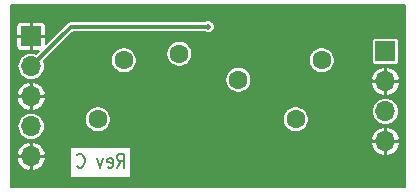
<source format=gbl>
G04 #@! TF.GenerationSoftware,KiCad,Pcbnew,5.0.2-bee76a0~70~ubuntu18.04.1*
G04 #@! TF.CreationDate,2018-12-18T09:34:18-08:00*
G04 #@! TF.ProjectId,LowPassFilterModule,4c6f7750-6173-4734-9669-6c7465724d6f,rev?*
G04 #@! TF.SameCoordinates,Original*
G04 #@! TF.FileFunction,Copper,L2,Bot*
G04 #@! TF.FilePolarity,Positive*
%FSLAX46Y46*%
G04 Gerber Fmt 4.6, Leading zero omitted, Abs format (unit mm)*
G04 Created by KiCad (PCBNEW 5.0.2-bee76a0~70~ubuntu18.04.1) date Tue 18 Dec 2018 09:34:18 AM PST*
%MOMM*%
%LPD*%
G01*
G04 APERTURE LIST*
G04 #@! TA.AperFunction,NonConductor*
%ADD10C,0.200000*%
G04 #@! TD*
G04 #@! TA.AperFunction,ComponentPad*
%ADD11O,1.700000X1.700000*%
G04 #@! TD*
G04 #@! TA.AperFunction,ComponentPad*
%ADD12R,1.700000X1.700000*%
G04 #@! TD*
G04 #@! TA.AperFunction,ComponentPad*
%ADD13C,0.500000*%
G04 #@! TD*
G04 #@! TA.AperFunction,ComponentPad*
%ADD14C,1.600000*%
G04 #@! TD*
G04 #@! TA.AperFunction,ViaPad*
%ADD15C,0.500000*%
G04 #@! TD*
G04 #@! TA.AperFunction,Conductor*
%ADD16C,0.300000*%
G04 #@! TD*
G04 #@! TA.AperFunction,Conductor*
%ADD17C,0.200000*%
G04 #@! TD*
G04 APERTURE END LIST*
D10*
X109280952Y-99042857D02*
X109614285Y-98471428D01*
X109852380Y-99042857D02*
X109852380Y-97842857D01*
X109471428Y-97842857D01*
X109376190Y-97900000D01*
X109328571Y-97957142D01*
X109280952Y-98071428D01*
X109280952Y-98242857D01*
X109328571Y-98357142D01*
X109376190Y-98414285D01*
X109471428Y-98471428D01*
X109852380Y-98471428D01*
X108471428Y-98985714D02*
X108566666Y-99042857D01*
X108757142Y-99042857D01*
X108852380Y-98985714D01*
X108900000Y-98871428D01*
X108900000Y-98414285D01*
X108852380Y-98300000D01*
X108757142Y-98242857D01*
X108566666Y-98242857D01*
X108471428Y-98300000D01*
X108423809Y-98414285D01*
X108423809Y-98528571D01*
X108900000Y-98642857D01*
X108090476Y-98242857D02*
X107852380Y-99042857D01*
X107614285Y-98242857D01*
X105900000Y-98928571D02*
X105947619Y-98985714D01*
X106090476Y-99042857D01*
X106185714Y-99042857D01*
X106328571Y-98985714D01*
X106423809Y-98871428D01*
X106471428Y-98757142D01*
X106519047Y-98528571D01*
X106519047Y-98357142D01*
X106471428Y-98128571D01*
X106423809Y-98014285D01*
X106328571Y-97900000D01*
X106185714Y-97842857D01*
X106090476Y-97842857D01*
X105947619Y-97900000D01*
X105900000Y-97957142D01*
D11*
G04 #@! TO.P,J1,5*
G04 #@! TO.N,GND*
X102000000Y-98080000D03*
G04 #@! TO.P,J1,4*
G04 #@! TO.N,Net-(C1-Pad1)*
X102000000Y-95540000D03*
G04 #@! TO.P,J1,3*
G04 #@! TO.N,GND*
X102000000Y-93000000D03*
G04 #@! TO.P,J1,2*
G04 #@! TO.N,Net-(J1-Pad2)*
X102000000Y-90460000D03*
D12*
G04 #@! TO.P,J1,1*
G04 #@! TO.N,GND*
X102000000Y-87920000D03*
G04 #@! TD*
D13*
G04 #@! TO.P,VIA,*
G04 #@! TO.N,GND*
X117000000Y-87800000D03*
G04 #@! TD*
G04 #@! TO.P,VIA,*
G04 #@! TO.N,GND*
X109500000Y-87800000D03*
G04 #@! TD*
G04 #@! TO.P,VIA,*
G04 #@! TO.N,GND*
X110600000Y-87800000D03*
G04 #@! TD*
G04 #@! TO.P,VIA,*
G04 #@! TO.N,GND*
X111700000Y-87800000D03*
G04 #@! TD*
G04 #@! TO.P,VIA,*
G04 #@! TO.N,GND*
X112700000Y-87800000D03*
G04 #@! TD*
D14*
G04 #@! TO.P,L3,2*
G04 #@! TO.N,Net-(C6-Pad1)*
X124400000Y-94950000D03*
G04 #@! TO.P,L3,1*
G04 #@! TO.N,Net-(C4-Pad1)*
X126600000Y-89950000D03*
G04 #@! TD*
G04 #@! TO.P,L2,2*
G04 #@! TO.N,Net-(C4-Pad1)*
X119550000Y-91600000D03*
G04 #@! TO.P,L2,1*
G04 #@! TO.N,Net-(C2-Pad1)*
X114550000Y-89400000D03*
G04 #@! TD*
G04 #@! TO.P,L1,2*
G04 #@! TO.N,Net-(C2-Pad1)*
X109850000Y-89950000D03*
G04 #@! TO.P,L1,1*
G04 #@! TO.N,Net-(C1-Pad1)*
X107650000Y-94950000D03*
G04 #@! TD*
D13*
G04 #@! TO.P,VIA,*
G04 #@! TO.N,GND*
X124300000Y-93000000D03*
G04 #@! TD*
G04 #@! TO.P,VIA,*
G04 #@! TO.N,GND*
X117000000Y-91600000D03*
G04 #@! TD*
G04 #@! TO.P,VIA,*
G04 #@! TO.N,GND*
X117000000Y-89400000D03*
G04 #@! TD*
G04 #@! TO.P,VIA,*
G04 #@! TO.N,GND*
X126500000Y-93000000D03*
G04 #@! TD*
G04 #@! TO.P,VIA,*
G04 #@! TO.N,GND*
X122600000Y-97600000D03*
G04 #@! TD*
G04 #@! TO.P,VIA,*
G04 #@! TO.N,GND*
X129000000Y-90000000D03*
G04 #@! TD*
G04 #@! TO.P,VIA,*
G04 #@! TO.N,GND*
X117100000Y-97600000D03*
G04 #@! TD*
G04 #@! TO.P,VIA,*
G04 #@! TO.N,GND*
X117100000Y-95800000D03*
G04 #@! TD*
G04 #@! TO.P,VIA,*
G04 #@! TO.N,GND*
X119900000Y-95900000D03*
G04 #@! TD*
G04 #@! TO.P,VIA,*
G04 #@! TO.N,GND*
X122400000Y-94500000D03*
G04 #@! TD*
G04 #@! TO.P,VIA,*
G04 #@! TO.N,GND*
X114300000Y-97600000D03*
G04 #@! TD*
G04 #@! TO.P,VIA,*
G04 #@! TO.N,GND*
X114300000Y-95800000D03*
G04 #@! TD*
G04 #@! TO.P,VIA,*
G04 #@! TO.N,GND*
X111500000Y-94500000D03*
G04 #@! TD*
G04 #@! TO.P,VIA,*
G04 #@! TO.N,GND*
X111600000Y-97600000D03*
G04 #@! TD*
G04 #@! TO.P,VIA,*
G04 #@! TO.N,GND*
X119900000Y-97600000D03*
G04 #@! TD*
G04 #@! TO.P,VIA,*
G04 #@! TO.N,GND*
X105000000Y-90000000D03*
G04 #@! TD*
G04 #@! TO.P,VIA,*
G04 #@! TO.N,GND*
X105000000Y-97000000D03*
G04 #@! TD*
G04 #@! TO.P,VIA,*
G04 #@! TO.N,GND*
X129000000Y-97000000D03*
G04 #@! TD*
G04 #@! TO.P,VIA,*
G04 #@! TO.N,GND*
X109900000Y-93000000D03*
G04 #@! TD*
G04 #@! TO.P,VIA,*
G04 #@! TO.N,GND*
X107500000Y-93000000D03*
G04 #@! TD*
D12*
G04 #@! TO.P,J2,1*
G04 #@! TO.N,VCC*
X132000000Y-89190000D03*
D11*
G04 #@! TO.P,J2,2*
G04 #@! TO.N,GND*
X132000000Y-91730000D03*
G04 #@! TO.P,J2,3*
G04 #@! TO.N,Net-(C6-Pad1)*
X132000000Y-94270000D03*
G04 #@! TO.P,J2,4*
G04 #@! TO.N,GND*
X132000000Y-96810000D03*
G04 #@! TD*
D15*
G04 #@! TO.N,Net-(J1-Pad2)*
X117000000Y-87100000D03*
G04 #@! TD*
D16*
G04 #@! TO.N,Net-(J1-Pad2)*
X105360000Y-87100000D02*
X102000000Y-90460000D01*
X117000000Y-87100000D02*
X105360000Y-87100000D01*
G04 #@! TD*
D17*
G04 #@! TO.N,GND*
G36*
X133695000Y-100695000D02*
X100305000Y-100695000D01*
X100305000Y-98324771D01*
X100774199Y-98324771D01*
X100844795Y-98557500D01*
X100960148Y-98773694D01*
X101115461Y-98963230D01*
X101304767Y-99118824D01*
X101520790Y-99234497D01*
X101755229Y-99305803D01*
X101950000Y-99229002D01*
X101950000Y-98130000D01*
X102050000Y-98130000D01*
X102050000Y-99229002D01*
X102244771Y-99305803D01*
X102479210Y-99234497D01*
X102695233Y-99118824D01*
X102884539Y-98963230D01*
X103039852Y-98773694D01*
X103155205Y-98557500D01*
X103225801Y-98324771D01*
X103148913Y-98130000D01*
X102050000Y-98130000D01*
X101950000Y-98130000D01*
X100851087Y-98130000D01*
X100774199Y-98324771D01*
X100305000Y-98324771D01*
X100305000Y-97835229D01*
X100774199Y-97835229D01*
X100851087Y-98030000D01*
X101950000Y-98030000D01*
X101950000Y-96930998D01*
X102050000Y-96930998D01*
X102050000Y-98030000D01*
X103148913Y-98030000D01*
X103225801Y-97835229D01*
X103155205Y-97602500D01*
X103039852Y-97386306D01*
X102957658Y-97286000D01*
X105309524Y-97286000D01*
X105309524Y-99886000D01*
X110490476Y-99886000D01*
X110490476Y-97286000D01*
X105309524Y-97286000D01*
X102957658Y-97286000D01*
X102884539Y-97196770D01*
X102711774Y-97054771D01*
X130774199Y-97054771D01*
X130844795Y-97287500D01*
X130960148Y-97503694D01*
X131115461Y-97693230D01*
X131304767Y-97848824D01*
X131520790Y-97964497D01*
X131755229Y-98035803D01*
X131950000Y-97959002D01*
X131950000Y-96860000D01*
X132050000Y-96860000D01*
X132050000Y-97959002D01*
X132244771Y-98035803D01*
X132479210Y-97964497D01*
X132695233Y-97848824D01*
X132884539Y-97693230D01*
X133039852Y-97503694D01*
X133155205Y-97287500D01*
X133225801Y-97054771D01*
X133148913Y-96860000D01*
X132050000Y-96860000D01*
X131950000Y-96860000D01*
X130851087Y-96860000D01*
X130774199Y-97054771D01*
X102711774Y-97054771D01*
X102695233Y-97041176D01*
X102479210Y-96925503D01*
X102244771Y-96854197D01*
X102050000Y-96930998D01*
X101950000Y-96930998D01*
X101755229Y-96854197D01*
X101520790Y-96925503D01*
X101304767Y-97041176D01*
X101115461Y-97196770D01*
X100960148Y-97386306D01*
X100844795Y-97602500D01*
X100774199Y-97835229D01*
X100305000Y-97835229D01*
X100305000Y-95540000D01*
X100844436Y-95540000D01*
X100866640Y-95765439D01*
X100932398Y-95982215D01*
X101039184Y-96181997D01*
X101182893Y-96357107D01*
X101358003Y-96500816D01*
X101557785Y-96607602D01*
X101774561Y-96673360D01*
X101943508Y-96690000D01*
X102056492Y-96690000D01*
X102225439Y-96673360D01*
X102442215Y-96607602D01*
X102521489Y-96565229D01*
X130774199Y-96565229D01*
X130851087Y-96760000D01*
X131950000Y-96760000D01*
X131950000Y-95660998D01*
X132050000Y-95660998D01*
X132050000Y-96760000D01*
X133148913Y-96760000D01*
X133225801Y-96565229D01*
X133155205Y-96332500D01*
X133039852Y-96116306D01*
X132884539Y-95926770D01*
X132695233Y-95771176D01*
X132479210Y-95655503D01*
X132244771Y-95584197D01*
X132050000Y-95660998D01*
X131950000Y-95660998D01*
X131755229Y-95584197D01*
X131520790Y-95655503D01*
X131304767Y-95771176D01*
X131115461Y-95926770D01*
X130960148Y-96116306D01*
X130844795Y-96332500D01*
X130774199Y-96565229D01*
X102521489Y-96565229D01*
X102641997Y-96500816D01*
X102817107Y-96357107D01*
X102960816Y-96181997D01*
X103067602Y-95982215D01*
X103133360Y-95765439D01*
X103155564Y-95540000D01*
X103133360Y-95314561D01*
X103067602Y-95097785D01*
X102960816Y-94898003D01*
X102914576Y-94841659D01*
X106550000Y-94841659D01*
X106550000Y-95058341D01*
X106592273Y-95270858D01*
X106675193Y-95471045D01*
X106795575Y-95651209D01*
X106948791Y-95804425D01*
X107128955Y-95924807D01*
X107329142Y-96007727D01*
X107541659Y-96050000D01*
X107758341Y-96050000D01*
X107970858Y-96007727D01*
X108171045Y-95924807D01*
X108351209Y-95804425D01*
X108504425Y-95651209D01*
X108624807Y-95471045D01*
X108707727Y-95270858D01*
X108750000Y-95058341D01*
X108750000Y-94841659D01*
X123300000Y-94841659D01*
X123300000Y-95058341D01*
X123342273Y-95270858D01*
X123425193Y-95471045D01*
X123545575Y-95651209D01*
X123698791Y-95804425D01*
X123878955Y-95924807D01*
X124079142Y-96007727D01*
X124291659Y-96050000D01*
X124508341Y-96050000D01*
X124720858Y-96007727D01*
X124921045Y-95924807D01*
X125101209Y-95804425D01*
X125254425Y-95651209D01*
X125374807Y-95471045D01*
X125457727Y-95270858D01*
X125500000Y-95058341D01*
X125500000Y-94841659D01*
X125457727Y-94629142D01*
X125374807Y-94428955D01*
X125268597Y-94270000D01*
X130844436Y-94270000D01*
X130866640Y-94495439D01*
X130932398Y-94712215D01*
X131039184Y-94911997D01*
X131182893Y-95087107D01*
X131358003Y-95230816D01*
X131557785Y-95337602D01*
X131774561Y-95403360D01*
X131943508Y-95420000D01*
X132056492Y-95420000D01*
X132225439Y-95403360D01*
X132442215Y-95337602D01*
X132641997Y-95230816D01*
X132817107Y-95087107D01*
X132960816Y-94911997D01*
X133067602Y-94712215D01*
X133133360Y-94495439D01*
X133155564Y-94270000D01*
X133133360Y-94044561D01*
X133067602Y-93827785D01*
X132960816Y-93628003D01*
X132817107Y-93452893D01*
X132641997Y-93309184D01*
X132442215Y-93202398D01*
X132225439Y-93136640D01*
X132056492Y-93120000D01*
X131943508Y-93120000D01*
X131774561Y-93136640D01*
X131557785Y-93202398D01*
X131358003Y-93309184D01*
X131182893Y-93452893D01*
X131039184Y-93628003D01*
X130932398Y-93827785D01*
X130866640Y-94044561D01*
X130844436Y-94270000D01*
X125268597Y-94270000D01*
X125254425Y-94248791D01*
X125101209Y-94095575D01*
X124921045Y-93975193D01*
X124720858Y-93892273D01*
X124508341Y-93850000D01*
X124291659Y-93850000D01*
X124079142Y-93892273D01*
X123878955Y-93975193D01*
X123698791Y-94095575D01*
X123545575Y-94248791D01*
X123425193Y-94428955D01*
X123342273Y-94629142D01*
X123300000Y-94841659D01*
X108750000Y-94841659D01*
X108707727Y-94629142D01*
X108624807Y-94428955D01*
X108504425Y-94248791D01*
X108351209Y-94095575D01*
X108171045Y-93975193D01*
X107970858Y-93892273D01*
X107758341Y-93850000D01*
X107541659Y-93850000D01*
X107329142Y-93892273D01*
X107128955Y-93975193D01*
X106948791Y-94095575D01*
X106795575Y-94248791D01*
X106675193Y-94428955D01*
X106592273Y-94629142D01*
X106550000Y-94841659D01*
X102914576Y-94841659D01*
X102817107Y-94722893D01*
X102641997Y-94579184D01*
X102442215Y-94472398D01*
X102225439Y-94406640D01*
X102056492Y-94390000D01*
X101943508Y-94390000D01*
X101774561Y-94406640D01*
X101557785Y-94472398D01*
X101358003Y-94579184D01*
X101182893Y-94722893D01*
X101039184Y-94898003D01*
X100932398Y-95097785D01*
X100866640Y-95314561D01*
X100844436Y-95540000D01*
X100305000Y-95540000D01*
X100305000Y-93244771D01*
X100774199Y-93244771D01*
X100844795Y-93477500D01*
X100960148Y-93693694D01*
X101115461Y-93883230D01*
X101304767Y-94038824D01*
X101520790Y-94154497D01*
X101755229Y-94225803D01*
X101950000Y-94149002D01*
X101950000Y-93050000D01*
X102050000Y-93050000D01*
X102050000Y-94149002D01*
X102244771Y-94225803D01*
X102479210Y-94154497D01*
X102695233Y-94038824D01*
X102884539Y-93883230D01*
X103039852Y-93693694D01*
X103155205Y-93477500D01*
X103225801Y-93244771D01*
X103148913Y-93050000D01*
X102050000Y-93050000D01*
X101950000Y-93050000D01*
X100851087Y-93050000D01*
X100774199Y-93244771D01*
X100305000Y-93244771D01*
X100305000Y-92755229D01*
X100774199Y-92755229D01*
X100851087Y-92950000D01*
X101950000Y-92950000D01*
X101950000Y-91850998D01*
X102050000Y-91850998D01*
X102050000Y-92950000D01*
X103148913Y-92950000D01*
X103225801Y-92755229D01*
X103155205Y-92522500D01*
X103039852Y-92306306D01*
X102884539Y-92116770D01*
X102695233Y-91961176D01*
X102479210Y-91845503D01*
X102244771Y-91774197D01*
X102050000Y-91850998D01*
X101950000Y-91850998D01*
X101755229Y-91774197D01*
X101520790Y-91845503D01*
X101304767Y-91961176D01*
X101115461Y-92116770D01*
X100960148Y-92306306D01*
X100844795Y-92522500D01*
X100774199Y-92755229D01*
X100305000Y-92755229D01*
X100305000Y-90460000D01*
X100844436Y-90460000D01*
X100866640Y-90685439D01*
X100932398Y-90902215D01*
X101039184Y-91101997D01*
X101182893Y-91277107D01*
X101358003Y-91420816D01*
X101557785Y-91527602D01*
X101774561Y-91593360D01*
X101943508Y-91610000D01*
X102056492Y-91610000D01*
X102225439Y-91593360D01*
X102442215Y-91527602D01*
X102509459Y-91491659D01*
X118450000Y-91491659D01*
X118450000Y-91708341D01*
X118492273Y-91920858D01*
X118575193Y-92121045D01*
X118695575Y-92301209D01*
X118848791Y-92454425D01*
X119028955Y-92574807D01*
X119229142Y-92657727D01*
X119441659Y-92700000D01*
X119658341Y-92700000D01*
X119870858Y-92657727D01*
X120071045Y-92574807D01*
X120251209Y-92454425D01*
X120404425Y-92301209D01*
X120524807Y-92121045D01*
X120585395Y-91974771D01*
X130774199Y-91974771D01*
X130844795Y-92207500D01*
X130960148Y-92423694D01*
X131115461Y-92613230D01*
X131304767Y-92768824D01*
X131520790Y-92884497D01*
X131755229Y-92955803D01*
X131950000Y-92879002D01*
X131950000Y-91780000D01*
X132050000Y-91780000D01*
X132050000Y-92879002D01*
X132244771Y-92955803D01*
X132479210Y-92884497D01*
X132695233Y-92768824D01*
X132884539Y-92613230D01*
X133039852Y-92423694D01*
X133155205Y-92207500D01*
X133225801Y-91974771D01*
X133148913Y-91780000D01*
X132050000Y-91780000D01*
X131950000Y-91780000D01*
X130851087Y-91780000D01*
X130774199Y-91974771D01*
X120585395Y-91974771D01*
X120607727Y-91920858D01*
X120650000Y-91708341D01*
X120650000Y-91491659D01*
X120648721Y-91485229D01*
X130774199Y-91485229D01*
X130851087Y-91680000D01*
X131950000Y-91680000D01*
X131950000Y-90580998D01*
X132050000Y-90580998D01*
X132050000Y-91680000D01*
X133148913Y-91680000D01*
X133225801Y-91485229D01*
X133155205Y-91252500D01*
X133039852Y-91036306D01*
X132884539Y-90846770D01*
X132695233Y-90691176D01*
X132479210Y-90575503D01*
X132244771Y-90504197D01*
X132050000Y-90580998D01*
X131950000Y-90580998D01*
X131755229Y-90504197D01*
X131520790Y-90575503D01*
X131304767Y-90691176D01*
X131115461Y-90846770D01*
X130960148Y-91036306D01*
X130844795Y-91252500D01*
X130774199Y-91485229D01*
X120648721Y-91485229D01*
X120607727Y-91279142D01*
X120524807Y-91078955D01*
X120404425Y-90898791D01*
X120251209Y-90745575D01*
X120071045Y-90625193D01*
X119870858Y-90542273D01*
X119658341Y-90500000D01*
X119441659Y-90500000D01*
X119229142Y-90542273D01*
X119028955Y-90625193D01*
X118848791Y-90745575D01*
X118695575Y-90898791D01*
X118575193Y-91078955D01*
X118492273Y-91279142D01*
X118450000Y-91491659D01*
X102509459Y-91491659D01*
X102641997Y-91420816D01*
X102817107Y-91277107D01*
X102960816Y-91101997D01*
X103067602Y-90902215D01*
X103133360Y-90685439D01*
X103155564Y-90460000D01*
X103133360Y-90234561D01*
X103070164Y-90026231D01*
X103254736Y-89841659D01*
X108750000Y-89841659D01*
X108750000Y-90058341D01*
X108792273Y-90270858D01*
X108875193Y-90471045D01*
X108995575Y-90651209D01*
X109148791Y-90804425D01*
X109328955Y-90924807D01*
X109529142Y-91007727D01*
X109741659Y-91050000D01*
X109958341Y-91050000D01*
X110170858Y-91007727D01*
X110371045Y-90924807D01*
X110551209Y-90804425D01*
X110704425Y-90651209D01*
X110824807Y-90471045D01*
X110907727Y-90270858D01*
X110950000Y-90058341D01*
X110950000Y-89841659D01*
X110907727Y-89629142D01*
X110824807Y-89428955D01*
X110733069Y-89291659D01*
X113450000Y-89291659D01*
X113450000Y-89508341D01*
X113492273Y-89720858D01*
X113575193Y-89921045D01*
X113695575Y-90101209D01*
X113848791Y-90254425D01*
X114028955Y-90374807D01*
X114229142Y-90457727D01*
X114441659Y-90500000D01*
X114658341Y-90500000D01*
X114870858Y-90457727D01*
X115071045Y-90374807D01*
X115251209Y-90254425D01*
X115404425Y-90101209D01*
X115524807Y-89921045D01*
X115557689Y-89841659D01*
X125500000Y-89841659D01*
X125500000Y-90058341D01*
X125542273Y-90270858D01*
X125625193Y-90471045D01*
X125745575Y-90651209D01*
X125898791Y-90804425D01*
X126078955Y-90924807D01*
X126279142Y-91007727D01*
X126491659Y-91050000D01*
X126708341Y-91050000D01*
X126920858Y-91007727D01*
X127121045Y-90924807D01*
X127301209Y-90804425D01*
X127454425Y-90651209D01*
X127574807Y-90471045D01*
X127657727Y-90270858D01*
X127700000Y-90058341D01*
X127700000Y-89841659D01*
X127657727Y-89629142D01*
X127574807Y-89428955D01*
X127454425Y-89248791D01*
X127301209Y-89095575D01*
X127121045Y-88975193D01*
X126920858Y-88892273D01*
X126708341Y-88850000D01*
X126491659Y-88850000D01*
X126279142Y-88892273D01*
X126078955Y-88975193D01*
X125898791Y-89095575D01*
X125745575Y-89248791D01*
X125625193Y-89428955D01*
X125542273Y-89629142D01*
X125500000Y-89841659D01*
X115557689Y-89841659D01*
X115607727Y-89720858D01*
X115650000Y-89508341D01*
X115650000Y-89291659D01*
X115607727Y-89079142D01*
X115524807Y-88878955D01*
X115404425Y-88698791D01*
X115251209Y-88545575D01*
X115071045Y-88425193D01*
X114870858Y-88342273D01*
X114859432Y-88340000D01*
X130848549Y-88340000D01*
X130848549Y-90040000D01*
X130854341Y-90098810D01*
X130871496Y-90155360D01*
X130899353Y-90207477D01*
X130936842Y-90253158D01*
X130982523Y-90290647D01*
X131034640Y-90318504D01*
X131091190Y-90335659D01*
X131150000Y-90341451D01*
X132850000Y-90341451D01*
X132908810Y-90335659D01*
X132965360Y-90318504D01*
X133017477Y-90290647D01*
X133063158Y-90253158D01*
X133100647Y-90207477D01*
X133128504Y-90155360D01*
X133145659Y-90098810D01*
X133151451Y-90040000D01*
X133151451Y-88340000D01*
X133145659Y-88281190D01*
X133128504Y-88224640D01*
X133100647Y-88172523D01*
X133063158Y-88126842D01*
X133017477Y-88089353D01*
X132965360Y-88061496D01*
X132908810Y-88044341D01*
X132850000Y-88038549D01*
X131150000Y-88038549D01*
X131091190Y-88044341D01*
X131034640Y-88061496D01*
X130982523Y-88089353D01*
X130936842Y-88126842D01*
X130899353Y-88172523D01*
X130871496Y-88224640D01*
X130854341Y-88281190D01*
X130848549Y-88340000D01*
X114859432Y-88340000D01*
X114658341Y-88300000D01*
X114441659Y-88300000D01*
X114229142Y-88342273D01*
X114028955Y-88425193D01*
X113848791Y-88545575D01*
X113695575Y-88698791D01*
X113575193Y-88878955D01*
X113492273Y-89079142D01*
X113450000Y-89291659D01*
X110733069Y-89291659D01*
X110704425Y-89248791D01*
X110551209Y-89095575D01*
X110371045Y-88975193D01*
X110170858Y-88892273D01*
X109958341Y-88850000D01*
X109741659Y-88850000D01*
X109529142Y-88892273D01*
X109328955Y-88975193D01*
X109148791Y-89095575D01*
X108995575Y-89248791D01*
X108875193Y-89428955D01*
X108792273Y-89629142D01*
X108750000Y-89841659D01*
X103254736Y-89841659D01*
X105546396Y-87550000D01*
X116683499Y-87550000D01*
X116739477Y-87587403D01*
X116839571Y-87628864D01*
X116945830Y-87650000D01*
X117054170Y-87650000D01*
X117160429Y-87628864D01*
X117260523Y-87587403D01*
X117350604Y-87527213D01*
X117427213Y-87450604D01*
X117487403Y-87360523D01*
X117528864Y-87260429D01*
X117550000Y-87154170D01*
X117550000Y-87045830D01*
X117528864Y-86939571D01*
X117487403Y-86839477D01*
X117427213Y-86749396D01*
X117350604Y-86672787D01*
X117260523Y-86612597D01*
X117160429Y-86571136D01*
X117054170Y-86550000D01*
X116945830Y-86550000D01*
X116839571Y-86571136D01*
X116739477Y-86612597D01*
X116683499Y-86650000D01*
X105382094Y-86650000D01*
X105360000Y-86647824D01*
X105337906Y-86650000D01*
X105337895Y-86650000D01*
X105271785Y-86656511D01*
X105186959Y-86682243D01*
X105108783Y-86724029D01*
X105057432Y-86766172D01*
X105057428Y-86766176D01*
X105040263Y-86780263D01*
X105026176Y-86797428D01*
X103250000Y-88573605D01*
X103250000Y-88070000D01*
X103150000Y-87970000D01*
X102050000Y-87970000D01*
X102050000Y-89070000D01*
X102150000Y-89170000D01*
X102653605Y-89170000D01*
X102433769Y-89389836D01*
X102225439Y-89326640D01*
X102056492Y-89310000D01*
X101943508Y-89310000D01*
X101774561Y-89326640D01*
X101557785Y-89392398D01*
X101358003Y-89499184D01*
X101182893Y-89642893D01*
X101039184Y-89818003D01*
X100932398Y-90017785D01*
X100866640Y-90234561D01*
X100844436Y-90460000D01*
X100305000Y-90460000D01*
X100305000Y-88070000D01*
X100750000Y-88070000D01*
X100750000Y-88809396D01*
X100765372Y-88886675D01*
X100795524Y-88959471D01*
X100839299Y-89024985D01*
X100895014Y-89080700D01*
X100960529Y-89124475D01*
X101033324Y-89154628D01*
X101110603Y-89170000D01*
X101850000Y-89170000D01*
X101950000Y-89070000D01*
X101950000Y-87970000D01*
X100850000Y-87970000D01*
X100750000Y-88070000D01*
X100305000Y-88070000D01*
X100305000Y-87030604D01*
X100750000Y-87030604D01*
X100750000Y-87770000D01*
X100850000Y-87870000D01*
X101950000Y-87870000D01*
X101950000Y-86770000D01*
X102050000Y-86770000D01*
X102050000Y-87870000D01*
X103150000Y-87870000D01*
X103250000Y-87770000D01*
X103250000Y-87030604D01*
X103234628Y-86953325D01*
X103204476Y-86880529D01*
X103160701Y-86815015D01*
X103104986Y-86759300D01*
X103039471Y-86715525D01*
X102966676Y-86685372D01*
X102889397Y-86670000D01*
X102150000Y-86670000D01*
X102050000Y-86770000D01*
X101950000Y-86770000D01*
X101850000Y-86670000D01*
X101110603Y-86670000D01*
X101033324Y-86685372D01*
X100960529Y-86715525D01*
X100895014Y-86759300D01*
X100839299Y-86815015D01*
X100795524Y-86880529D01*
X100765372Y-86953325D01*
X100750000Y-87030604D01*
X100305000Y-87030604D01*
X100305000Y-85305000D01*
X133695001Y-85305000D01*
X133695000Y-100695000D01*
X133695000Y-100695000D01*
G37*
X133695000Y-100695000D02*
X100305000Y-100695000D01*
X100305000Y-98324771D01*
X100774199Y-98324771D01*
X100844795Y-98557500D01*
X100960148Y-98773694D01*
X101115461Y-98963230D01*
X101304767Y-99118824D01*
X101520790Y-99234497D01*
X101755229Y-99305803D01*
X101950000Y-99229002D01*
X101950000Y-98130000D01*
X102050000Y-98130000D01*
X102050000Y-99229002D01*
X102244771Y-99305803D01*
X102479210Y-99234497D01*
X102695233Y-99118824D01*
X102884539Y-98963230D01*
X103039852Y-98773694D01*
X103155205Y-98557500D01*
X103225801Y-98324771D01*
X103148913Y-98130000D01*
X102050000Y-98130000D01*
X101950000Y-98130000D01*
X100851087Y-98130000D01*
X100774199Y-98324771D01*
X100305000Y-98324771D01*
X100305000Y-97835229D01*
X100774199Y-97835229D01*
X100851087Y-98030000D01*
X101950000Y-98030000D01*
X101950000Y-96930998D01*
X102050000Y-96930998D01*
X102050000Y-98030000D01*
X103148913Y-98030000D01*
X103225801Y-97835229D01*
X103155205Y-97602500D01*
X103039852Y-97386306D01*
X102957658Y-97286000D01*
X105309524Y-97286000D01*
X105309524Y-99886000D01*
X110490476Y-99886000D01*
X110490476Y-97286000D01*
X105309524Y-97286000D01*
X102957658Y-97286000D01*
X102884539Y-97196770D01*
X102711774Y-97054771D01*
X130774199Y-97054771D01*
X130844795Y-97287500D01*
X130960148Y-97503694D01*
X131115461Y-97693230D01*
X131304767Y-97848824D01*
X131520790Y-97964497D01*
X131755229Y-98035803D01*
X131950000Y-97959002D01*
X131950000Y-96860000D01*
X132050000Y-96860000D01*
X132050000Y-97959002D01*
X132244771Y-98035803D01*
X132479210Y-97964497D01*
X132695233Y-97848824D01*
X132884539Y-97693230D01*
X133039852Y-97503694D01*
X133155205Y-97287500D01*
X133225801Y-97054771D01*
X133148913Y-96860000D01*
X132050000Y-96860000D01*
X131950000Y-96860000D01*
X130851087Y-96860000D01*
X130774199Y-97054771D01*
X102711774Y-97054771D01*
X102695233Y-97041176D01*
X102479210Y-96925503D01*
X102244771Y-96854197D01*
X102050000Y-96930998D01*
X101950000Y-96930998D01*
X101755229Y-96854197D01*
X101520790Y-96925503D01*
X101304767Y-97041176D01*
X101115461Y-97196770D01*
X100960148Y-97386306D01*
X100844795Y-97602500D01*
X100774199Y-97835229D01*
X100305000Y-97835229D01*
X100305000Y-95540000D01*
X100844436Y-95540000D01*
X100866640Y-95765439D01*
X100932398Y-95982215D01*
X101039184Y-96181997D01*
X101182893Y-96357107D01*
X101358003Y-96500816D01*
X101557785Y-96607602D01*
X101774561Y-96673360D01*
X101943508Y-96690000D01*
X102056492Y-96690000D01*
X102225439Y-96673360D01*
X102442215Y-96607602D01*
X102521489Y-96565229D01*
X130774199Y-96565229D01*
X130851087Y-96760000D01*
X131950000Y-96760000D01*
X131950000Y-95660998D01*
X132050000Y-95660998D01*
X132050000Y-96760000D01*
X133148913Y-96760000D01*
X133225801Y-96565229D01*
X133155205Y-96332500D01*
X133039852Y-96116306D01*
X132884539Y-95926770D01*
X132695233Y-95771176D01*
X132479210Y-95655503D01*
X132244771Y-95584197D01*
X132050000Y-95660998D01*
X131950000Y-95660998D01*
X131755229Y-95584197D01*
X131520790Y-95655503D01*
X131304767Y-95771176D01*
X131115461Y-95926770D01*
X130960148Y-96116306D01*
X130844795Y-96332500D01*
X130774199Y-96565229D01*
X102521489Y-96565229D01*
X102641997Y-96500816D01*
X102817107Y-96357107D01*
X102960816Y-96181997D01*
X103067602Y-95982215D01*
X103133360Y-95765439D01*
X103155564Y-95540000D01*
X103133360Y-95314561D01*
X103067602Y-95097785D01*
X102960816Y-94898003D01*
X102914576Y-94841659D01*
X106550000Y-94841659D01*
X106550000Y-95058341D01*
X106592273Y-95270858D01*
X106675193Y-95471045D01*
X106795575Y-95651209D01*
X106948791Y-95804425D01*
X107128955Y-95924807D01*
X107329142Y-96007727D01*
X107541659Y-96050000D01*
X107758341Y-96050000D01*
X107970858Y-96007727D01*
X108171045Y-95924807D01*
X108351209Y-95804425D01*
X108504425Y-95651209D01*
X108624807Y-95471045D01*
X108707727Y-95270858D01*
X108750000Y-95058341D01*
X108750000Y-94841659D01*
X123300000Y-94841659D01*
X123300000Y-95058341D01*
X123342273Y-95270858D01*
X123425193Y-95471045D01*
X123545575Y-95651209D01*
X123698791Y-95804425D01*
X123878955Y-95924807D01*
X124079142Y-96007727D01*
X124291659Y-96050000D01*
X124508341Y-96050000D01*
X124720858Y-96007727D01*
X124921045Y-95924807D01*
X125101209Y-95804425D01*
X125254425Y-95651209D01*
X125374807Y-95471045D01*
X125457727Y-95270858D01*
X125500000Y-95058341D01*
X125500000Y-94841659D01*
X125457727Y-94629142D01*
X125374807Y-94428955D01*
X125268597Y-94270000D01*
X130844436Y-94270000D01*
X130866640Y-94495439D01*
X130932398Y-94712215D01*
X131039184Y-94911997D01*
X131182893Y-95087107D01*
X131358003Y-95230816D01*
X131557785Y-95337602D01*
X131774561Y-95403360D01*
X131943508Y-95420000D01*
X132056492Y-95420000D01*
X132225439Y-95403360D01*
X132442215Y-95337602D01*
X132641997Y-95230816D01*
X132817107Y-95087107D01*
X132960816Y-94911997D01*
X133067602Y-94712215D01*
X133133360Y-94495439D01*
X133155564Y-94270000D01*
X133133360Y-94044561D01*
X133067602Y-93827785D01*
X132960816Y-93628003D01*
X132817107Y-93452893D01*
X132641997Y-93309184D01*
X132442215Y-93202398D01*
X132225439Y-93136640D01*
X132056492Y-93120000D01*
X131943508Y-93120000D01*
X131774561Y-93136640D01*
X131557785Y-93202398D01*
X131358003Y-93309184D01*
X131182893Y-93452893D01*
X131039184Y-93628003D01*
X130932398Y-93827785D01*
X130866640Y-94044561D01*
X130844436Y-94270000D01*
X125268597Y-94270000D01*
X125254425Y-94248791D01*
X125101209Y-94095575D01*
X124921045Y-93975193D01*
X124720858Y-93892273D01*
X124508341Y-93850000D01*
X124291659Y-93850000D01*
X124079142Y-93892273D01*
X123878955Y-93975193D01*
X123698791Y-94095575D01*
X123545575Y-94248791D01*
X123425193Y-94428955D01*
X123342273Y-94629142D01*
X123300000Y-94841659D01*
X108750000Y-94841659D01*
X108707727Y-94629142D01*
X108624807Y-94428955D01*
X108504425Y-94248791D01*
X108351209Y-94095575D01*
X108171045Y-93975193D01*
X107970858Y-93892273D01*
X107758341Y-93850000D01*
X107541659Y-93850000D01*
X107329142Y-93892273D01*
X107128955Y-93975193D01*
X106948791Y-94095575D01*
X106795575Y-94248791D01*
X106675193Y-94428955D01*
X106592273Y-94629142D01*
X106550000Y-94841659D01*
X102914576Y-94841659D01*
X102817107Y-94722893D01*
X102641997Y-94579184D01*
X102442215Y-94472398D01*
X102225439Y-94406640D01*
X102056492Y-94390000D01*
X101943508Y-94390000D01*
X101774561Y-94406640D01*
X101557785Y-94472398D01*
X101358003Y-94579184D01*
X101182893Y-94722893D01*
X101039184Y-94898003D01*
X100932398Y-95097785D01*
X100866640Y-95314561D01*
X100844436Y-95540000D01*
X100305000Y-95540000D01*
X100305000Y-93244771D01*
X100774199Y-93244771D01*
X100844795Y-93477500D01*
X100960148Y-93693694D01*
X101115461Y-93883230D01*
X101304767Y-94038824D01*
X101520790Y-94154497D01*
X101755229Y-94225803D01*
X101950000Y-94149002D01*
X101950000Y-93050000D01*
X102050000Y-93050000D01*
X102050000Y-94149002D01*
X102244771Y-94225803D01*
X102479210Y-94154497D01*
X102695233Y-94038824D01*
X102884539Y-93883230D01*
X103039852Y-93693694D01*
X103155205Y-93477500D01*
X103225801Y-93244771D01*
X103148913Y-93050000D01*
X102050000Y-93050000D01*
X101950000Y-93050000D01*
X100851087Y-93050000D01*
X100774199Y-93244771D01*
X100305000Y-93244771D01*
X100305000Y-92755229D01*
X100774199Y-92755229D01*
X100851087Y-92950000D01*
X101950000Y-92950000D01*
X101950000Y-91850998D01*
X102050000Y-91850998D01*
X102050000Y-92950000D01*
X103148913Y-92950000D01*
X103225801Y-92755229D01*
X103155205Y-92522500D01*
X103039852Y-92306306D01*
X102884539Y-92116770D01*
X102695233Y-91961176D01*
X102479210Y-91845503D01*
X102244771Y-91774197D01*
X102050000Y-91850998D01*
X101950000Y-91850998D01*
X101755229Y-91774197D01*
X101520790Y-91845503D01*
X101304767Y-91961176D01*
X101115461Y-92116770D01*
X100960148Y-92306306D01*
X100844795Y-92522500D01*
X100774199Y-92755229D01*
X100305000Y-92755229D01*
X100305000Y-90460000D01*
X100844436Y-90460000D01*
X100866640Y-90685439D01*
X100932398Y-90902215D01*
X101039184Y-91101997D01*
X101182893Y-91277107D01*
X101358003Y-91420816D01*
X101557785Y-91527602D01*
X101774561Y-91593360D01*
X101943508Y-91610000D01*
X102056492Y-91610000D01*
X102225439Y-91593360D01*
X102442215Y-91527602D01*
X102509459Y-91491659D01*
X118450000Y-91491659D01*
X118450000Y-91708341D01*
X118492273Y-91920858D01*
X118575193Y-92121045D01*
X118695575Y-92301209D01*
X118848791Y-92454425D01*
X119028955Y-92574807D01*
X119229142Y-92657727D01*
X119441659Y-92700000D01*
X119658341Y-92700000D01*
X119870858Y-92657727D01*
X120071045Y-92574807D01*
X120251209Y-92454425D01*
X120404425Y-92301209D01*
X120524807Y-92121045D01*
X120585395Y-91974771D01*
X130774199Y-91974771D01*
X130844795Y-92207500D01*
X130960148Y-92423694D01*
X131115461Y-92613230D01*
X131304767Y-92768824D01*
X131520790Y-92884497D01*
X131755229Y-92955803D01*
X131950000Y-92879002D01*
X131950000Y-91780000D01*
X132050000Y-91780000D01*
X132050000Y-92879002D01*
X132244771Y-92955803D01*
X132479210Y-92884497D01*
X132695233Y-92768824D01*
X132884539Y-92613230D01*
X133039852Y-92423694D01*
X133155205Y-92207500D01*
X133225801Y-91974771D01*
X133148913Y-91780000D01*
X132050000Y-91780000D01*
X131950000Y-91780000D01*
X130851087Y-91780000D01*
X130774199Y-91974771D01*
X120585395Y-91974771D01*
X120607727Y-91920858D01*
X120650000Y-91708341D01*
X120650000Y-91491659D01*
X120648721Y-91485229D01*
X130774199Y-91485229D01*
X130851087Y-91680000D01*
X131950000Y-91680000D01*
X131950000Y-90580998D01*
X132050000Y-90580998D01*
X132050000Y-91680000D01*
X133148913Y-91680000D01*
X133225801Y-91485229D01*
X133155205Y-91252500D01*
X133039852Y-91036306D01*
X132884539Y-90846770D01*
X132695233Y-90691176D01*
X132479210Y-90575503D01*
X132244771Y-90504197D01*
X132050000Y-90580998D01*
X131950000Y-90580998D01*
X131755229Y-90504197D01*
X131520790Y-90575503D01*
X131304767Y-90691176D01*
X131115461Y-90846770D01*
X130960148Y-91036306D01*
X130844795Y-91252500D01*
X130774199Y-91485229D01*
X120648721Y-91485229D01*
X120607727Y-91279142D01*
X120524807Y-91078955D01*
X120404425Y-90898791D01*
X120251209Y-90745575D01*
X120071045Y-90625193D01*
X119870858Y-90542273D01*
X119658341Y-90500000D01*
X119441659Y-90500000D01*
X119229142Y-90542273D01*
X119028955Y-90625193D01*
X118848791Y-90745575D01*
X118695575Y-90898791D01*
X118575193Y-91078955D01*
X118492273Y-91279142D01*
X118450000Y-91491659D01*
X102509459Y-91491659D01*
X102641997Y-91420816D01*
X102817107Y-91277107D01*
X102960816Y-91101997D01*
X103067602Y-90902215D01*
X103133360Y-90685439D01*
X103155564Y-90460000D01*
X103133360Y-90234561D01*
X103070164Y-90026231D01*
X103254736Y-89841659D01*
X108750000Y-89841659D01*
X108750000Y-90058341D01*
X108792273Y-90270858D01*
X108875193Y-90471045D01*
X108995575Y-90651209D01*
X109148791Y-90804425D01*
X109328955Y-90924807D01*
X109529142Y-91007727D01*
X109741659Y-91050000D01*
X109958341Y-91050000D01*
X110170858Y-91007727D01*
X110371045Y-90924807D01*
X110551209Y-90804425D01*
X110704425Y-90651209D01*
X110824807Y-90471045D01*
X110907727Y-90270858D01*
X110950000Y-90058341D01*
X110950000Y-89841659D01*
X110907727Y-89629142D01*
X110824807Y-89428955D01*
X110733069Y-89291659D01*
X113450000Y-89291659D01*
X113450000Y-89508341D01*
X113492273Y-89720858D01*
X113575193Y-89921045D01*
X113695575Y-90101209D01*
X113848791Y-90254425D01*
X114028955Y-90374807D01*
X114229142Y-90457727D01*
X114441659Y-90500000D01*
X114658341Y-90500000D01*
X114870858Y-90457727D01*
X115071045Y-90374807D01*
X115251209Y-90254425D01*
X115404425Y-90101209D01*
X115524807Y-89921045D01*
X115557689Y-89841659D01*
X125500000Y-89841659D01*
X125500000Y-90058341D01*
X125542273Y-90270858D01*
X125625193Y-90471045D01*
X125745575Y-90651209D01*
X125898791Y-90804425D01*
X126078955Y-90924807D01*
X126279142Y-91007727D01*
X126491659Y-91050000D01*
X126708341Y-91050000D01*
X126920858Y-91007727D01*
X127121045Y-90924807D01*
X127301209Y-90804425D01*
X127454425Y-90651209D01*
X127574807Y-90471045D01*
X127657727Y-90270858D01*
X127700000Y-90058341D01*
X127700000Y-89841659D01*
X127657727Y-89629142D01*
X127574807Y-89428955D01*
X127454425Y-89248791D01*
X127301209Y-89095575D01*
X127121045Y-88975193D01*
X126920858Y-88892273D01*
X126708341Y-88850000D01*
X126491659Y-88850000D01*
X126279142Y-88892273D01*
X126078955Y-88975193D01*
X125898791Y-89095575D01*
X125745575Y-89248791D01*
X125625193Y-89428955D01*
X125542273Y-89629142D01*
X125500000Y-89841659D01*
X115557689Y-89841659D01*
X115607727Y-89720858D01*
X115650000Y-89508341D01*
X115650000Y-89291659D01*
X115607727Y-89079142D01*
X115524807Y-88878955D01*
X115404425Y-88698791D01*
X115251209Y-88545575D01*
X115071045Y-88425193D01*
X114870858Y-88342273D01*
X114859432Y-88340000D01*
X130848549Y-88340000D01*
X130848549Y-90040000D01*
X130854341Y-90098810D01*
X130871496Y-90155360D01*
X130899353Y-90207477D01*
X130936842Y-90253158D01*
X130982523Y-90290647D01*
X131034640Y-90318504D01*
X131091190Y-90335659D01*
X131150000Y-90341451D01*
X132850000Y-90341451D01*
X132908810Y-90335659D01*
X132965360Y-90318504D01*
X133017477Y-90290647D01*
X133063158Y-90253158D01*
X133100647Y-90207477D01*
X133128504Y-90155360D01*
X133145659Y-90098810D01*
X133151451Y-90040000D01*
X133151451Y-88340000D01*
X133145659Y-88281190D01*
X133128504Y-88224640D01*
X133100647Y-88172523D01*
X133063158Y-88126842D01*
X133017477Y-88089353D01*
X132965360Y-88061496D01*
X132908810Y-88044341D01*
X132850000Y-88038549D01*
X131150000Y-88038549D01*
X131091190Y-88044341D01*
X131034640Y-88061496D01*
X130982523Y-88089353D01*
X130936842Y-88126842D01*
X130899353Y-88172523D01*
X130871496Y-88224640D01*
X130854341Y-88281190D01*
X130848549Y-88340000D01*
X114859432Y-88340000D01*
X114658341Y-88300000D01*
X114441659Y-88300000D01*
X114229142Y-88342273D01*
X114028955Y-88425193D01*
X113848791Y-88545575D01*
X113695575Y-88698791D01*
X113575193Y-88878955D01*
X113492273Y-89079142D01*
X113450000Y-89291659D01*
X110733069Y-89291659D01*
X110704425Y-89248791D01*
X110551209Y-89095575D01*
X110371045Y-88975193D01*
X110170858Y-88892273D01*
X109958341Y-88850000D01*
X109741659Y-88850000D01*
X109529142Y-88892273D01*
X109328955Y-88975193D01*
X109148791Y-89095575D01*
X108995575Y-89248791D01*
X108875193Y-89428955D01*
X108792273Y-89629142D01*
X108750000Y-89841659D01*
X103254736Y-89841659D01*
X105546396Y-87550000D01*
X116683499Y-87550000D01*
X116739477Y-87587403D01*
X116839571Y-87628864D01*
X116945830Y-87650000D01*
X117054170Y-87650000D01*
X117160429Y-87628864D01*
X117260523Y-87587403D01*
X117350604Y-87527213D01*
X117427213Y-87450604D01*
X117487403Y-87360523D01*
X117528864Y-87260429D01*
X117550000Y-87154170D01*
X117550000Y-87045830D01*
X117528864Y-86939571D01*
X117487403Y-86839477D01*
X117427213Y-86749396D01*
X117350604Y-86672787D01*
X117260523Y-86612597D01*
X117160429Y-86571136D01*
X117054170Y-86550000D01*
X116945830Y-86550000D01*
X116839571Y-86571136D01*
X116739477Y-86612597D01*
X116683499Y-86650000D01*
X105382094Y-86650000D01*
X105360000Y-86647824D01*
X105337906Y-86650000D01*
X105337895Y-86650000D01*
X105271785Y-86656511D01*
X105186959Y-86682243D01*
X105108783Y-86724029D01*
X105057432Y-86766172D01*
X105057428Y-86766176D01*
X105040263Y-86780263D01*
X105026176Y-86797428D01*
X103250000Y-88573605D01*
X103250000Y-88070000D01*
X103150000Y-87970000D01*
X102050000Y-87970000D01*
X102050000Y-89070000D01*
X102150000Y-89170000D01*
X102653605Y-89170000D01*
X102433769Y-89389836D01*
X102225439Y-89326640D01*
X102056492Y-89310000D01*
X101943508Y-89310000D01*
X101774561Y-89326640D01*
X101557785Y-89392398D01*
X101358003Y-89499184D01*
X101182893Y-89642893D01*
X101039184Y-89818003D01*
X100932398Y-90017785D01*
X100866640Y-90234561D01*
X100844436Y-90460000D01*
X100305000Y-90460000D01*
X100305000Y-88070000D01*
X100750000Y-88070000D01*
X100750000Y-88809396D01*
X100765372Y-88886675D01*
X100795524Y-88959471D01*
X100839299Y-89024985D01*
X100895014Y-89080700D01*
X100960529Y-89124475D01*
X101033324Y-89154628D01*
X101110603Y-89170000D01*
X101850000Y-89170000D01*
X101950000Y-89070000D01*
X101950000Y-87970000D01*
X100850000Y-87970000D01*
X100750000Y-88070000D01*
X100305000Y-88070000D01*
X100305000Y-87030604D01*
X100750000Y-87030604D01*
X100750000Y-87770000D01*
X100850000Y-87870000D01*
X101950000Y-87870000D01*
X101950000Y-86770000D01*
X102050000Y-86770000D01*
X102050000Y-87870000D01*
X103150000Y-87870000D01*
X103250000Y-87770000D01*
X103250000Y-87030604D01*
X103234628Y-86953325D01*
X103204476Y-86880529D01*
X103160701Y-86815015D01*
X103104986Y-86759300D01*
X103039471Y-86715525D01*
X102966676Y-86685372D01*
X102889397Y-86670000D01*
X102150000Y-86670000D01*
X102050000Y-86770000D01*
X101950000Y-86770000D01*
X101850000Y-86670000D01*
X101110603Y-86670000D01*
X101033324Y-86685372D01*
X100960529Y-86715525D01*
X100895014Y-86759300D01*
X100839299Y-86815015D01*
X100795524Y-86880529D01*
X100765372Y-86953325D01*
X100750000Y-87030604D01*
X100305000Y-87030604D01*
X100305000Y-85305000D01*
X133695001Y-85305000D01*
X133695000Y-100695000D01*
G04 #@! TD*
M02*

</source>
